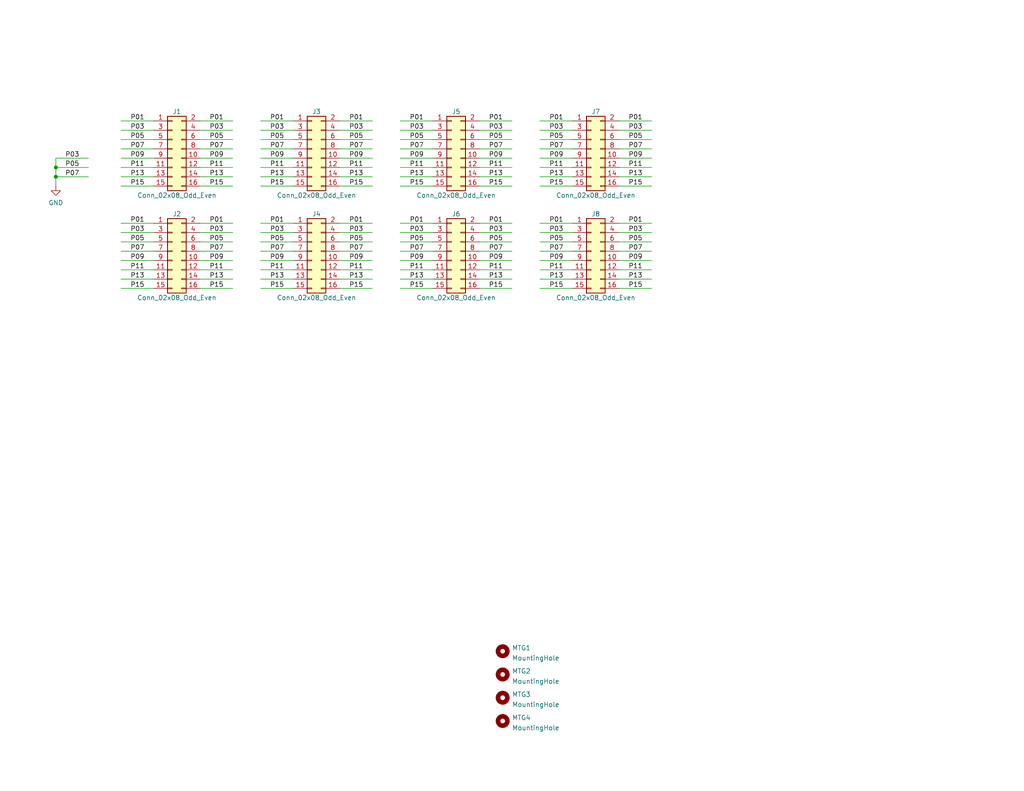
<source format=kicad_sch>
(kicad_sch (version 20211123) (generator eeschema)
  (paper "A")
  (lib_symbols
    (symbol "Connector_Generic:Conn_02x08_Odd_Even" (pin_names (offset 1.016) hide)
      (property "Reference" "J" (at 1.27 10.16 0))
      (property "Value" "Conn_02x08_Odd_Even" (at 1.27 -12.7 0))
      (symbol "Conn_02x08_Odd_Even_1_1"
        (rectangle (start -1.27 -10.033) (end 0 -10.287) (stroke (width 0.1524)))
        (rectangle (start -1.27 -7.493) (end 0 -7.747) (stroke (width 0.1524)))
        (rectangle (start -1.27 -4.953) (end 0 -5.207) (stroke (width 0.1524)))
        (rectangle (start -1.27 -2.413) (end 0 -2.667) (stroke (width 0.1524)))
        (rectangle (start -1.27 0.127) (end 0 -0.127) (stroke (width 0.1524)))
        (rectangle (start -1.27 2.667) (end 0 2.413) (stroke (width 0.1524)))
        (rectangle (start -1.27 5.207) (end 0 4.953) (stroke (width 0.1524)))
        (rectangle (start -1.27 7.747) (end 0 7.493) (stroke (width 0.1524)))
        (rectangle (start -1.27 8.89) (end 3.81 -11.43) (stroke (width 0.254)) (fill (type background)))
        (rectangle (start 3.81 -10.033) (end 2.54 -10.287) (stroke (width 0.1524)))
        (rectangle (start 3.81 -7.493) (end 2.54 -7.747) (stroke (width 0.1524)))
        (rectangle (start 3.81 -4.953) (end 2.54 -5.207) (stroke (width 0.1524)))
        (rectangle (start 3.81 -2.413) (end 2.54 -2.667) (stroke (width 0.1524)))
        (rectangle (start 3.81 0.127) (end 2.54 -0.127) (stroke (width 0.1524)))
        (rectangle (start 3.81 2.667) (end 2.54 2.413) (stroke (width 0.1524)))
        (rectangle (start 3.81 5.207) (end 2.54 4.953) (stroke (width 0.1524)))
        (rectangle (start 3.81 7.747) (end 2.54 7.493) (stroke (width 0.1524)))
        (pin passive line (at -5.08 7.62 0) (length 3.81) (name "Pin_1") (number "1"))
        (pin passive line (at 7.62 -2.54 180) (length 3.81) (name "Pin_10") (number "10"))
        (pin passive line (at -5.08 -5.08 0) (length 3.81) (name "Pin_11") (number "11"))
        (pin passive line (at 7.62 -5.08 180) (length 3.81) (name "Pin_12") (number "12"))
        (pin passive line (at -5.08 -7.62 0) (length 3.81) (name "Pin_13") (number "13"))
        (pin passive line (at 7.62 -7.62 180) (length 3.81) (name "Pin_14") (number "14"))
        (pin passive line (at -5.08 -10.16 0) (length 3.81) (name "Pin_15") (number "15"))
        (pin passive line (at 7.62 -10.16 180) (length 3.81) (name "Pin_16") (number "16"))
        (pin passive line (at 7.62 7.62 180) (length 3.81) (name "Pin_2") (number "2"))
        (pin passive line (at -5.08 5.08 0) (length 3.81) (name "Pin_3") (number "3"))
        (pin passive line (at 7.62 5.08 180) (length 3.81) (name "Pin_4") (number "4"))
        (pin passive line (at -5.08 2.54 0) (length 3.81) (name "Pin_5") (number "5"))
        (pin passive line (at 7.62 2.54 180) (length 3.81) (name "Pin_6") (number "6"))
        (pin passive line (at -5.08 0 0) (length 3.81) (name "Pin_7") (number "7"))
        (pin passive line (at 7.62 0 180) (length 3.81) (name "Pin_8") (number "8"))
        (pin passive line (at -5.08 -2.54 0) (length 3.81) (name "Pin_9") (number "9"))
      )
    )
    (symbol "Mechanical:MountingHole" (pin_names (offset 1.016))
      (property "Reference" "H" (at 0 5.08 0))
      (property "Value" "MountingHole" (at 0 3.175 0))
      (symbol "MountingHole_0_1"
        (circle (center 0 0) (radius 1.27) (stroke (width 1.27)))
      )
    )
    (symbol "power:GND" (power) (pin_names (offset 0))
      (property "Value" "GND" (at 0 -3.81 0))
      (symbol "GND_0_1"
        (polyline (pts (xy 0 0) (xy 0 -1.27) (xy 1.27 -1.27) (xy 0 -2.54) (xy -1.27 -1.27) (xy 0 -1.27)))
      )
      (symbol "GND_1_1"
        (pin power_in line (at 0 0 270) (length 0) hide (name "GND") (number "1"))
      )
    )
  )
  (junction (at 15.24 45.72))
  (junction (at 15.24 48.26))
  (wire (pts (xy 147.32 50.8) (xy 156.21 50.8)))
  (wire (pts (xy 168.91 60.96) (xy 177.8 60.96)))
  (wire (pts (xy 92.71 60.96) (xy 101.6 60.96)))
  (wire (pts (xy 54.61 63.5) (xy 63.5 63.5)))
  (wire (pts (xy 33.02 40.64) (xy 41.91 40.64)))
  (wire (pts (xy 130.81 66.04) (xy 139.7 66.04)))
  (wire (pts (xy 92.71 40.64) (xy 101.6 40.64)))
  (wire (pts (xy 109.22 38.1) (xy 118.11 38.1)))
  (wire (pts (xy 54.61 50.8) (xy 63.5 50.8)))
  (wire (pts (xy 109.22 78.74) (xy 118.11 78.74)))
  (wire (pts (xy 92.71 76.2) (xy 101.6 76.2)))
  (wire (pts (xy 130.81 38.1) (xy 139.7 38.1)))
  (wire (pts (xy 109.22 43.18) (xy 118.11 43.18)))
  (wire (pts (xy 54.61 48.26) (xy 63.5 48.26)))
  (wire (pts (xy 92.71 73.66) (xy 101.6 73.66)))
  (wire (pts (xy 92.71 43.18) (xy 101.6 43.18)))
  (wire (pts (xy 33.02 60.96) (xy 41.91 60.96)))
  (wire (pts (xy 54.61 60.96) (xy 63.5 60.96)))
  (wire (pts (xy 168.91 78.74) (xy 177.8 78.74)))
  (wire (pts (xy 71.12 78.74) (xy 80.01 78.74)))
  (wire (pts (xy 130.81 78.74) (xy 139.7 78.74)))
  (wire (pts (xy 168.91 76.2) (xy 177.8 76.2)))
  (wire (pts (xy 92.71 68.58) (xy 101.6 68.58)))
  (wire (pts (xy 92.71 78.74) (xy 101.6 78.74)))
  (wire (pts (xy 33.02 76.2) (xy 41.91 76.2)))
  (wire (pts (xy 33.02 38.1) (xy 41.91 38.1)))
  (wire (pts (xy 71.12 48.26) (xy 80.01 48.26)))
  (wire (pts (xy 33.02 78.74) (xy 41.91 78.74)))
  (wire (pts (xy 168.91 45.72) (xy 177.8 45.72)))
  (wire (pts (xy 54.61 38.1) (xy 63.5 38.1)))
  (wire (pts (xy 92.71 48.26) (xy 101.6 48.26)))
  (wire (pts (xy 71.12 43.18) (xy 80.01 43.18)))
  (wire (pts (xy 54.61 66.04) (xy 63.5 66.04)))
  (wire (pts (xy 54.61 43.18) (xy 63.5 43.18)))
  (wire (pts (xy 33.02 33.02) (xy 41.91 33.02)))
  (wire (pts (xy 130.81 76.2) (xy 139.7 76.2)))
  (wire (pts (xy 168.91 43.18) (xy 177.8 43.18)))
  (wire (pts (xy 168.91 71.12) (xy 177.8 71.12)))
  (wire (pts (xy 92.71 50.8) (xy 101.6 50.8)))
  (wire (pts (xy 15.24 48.26) (xy 15.24 45.72)))
  (wire (pts (xy 147.32 33.02) (xy 156.21 33.02)))
  (wire (pts (xy 147.32 60.96) (xy 156.21 60.96)))
  (wire (pts (xy 33.02 35.56) (xy 41.91 35.56)))
  (wire (pts (xy 130.81 48.26) (xy 139.7 48.26)))
  (wire (pts (xy 54.61 40.64) (xy 63.5 40.64)))
  (wire (pts (xy 33.02 73.66) (xy 41.91 73.66)))
  (wire (pts (xy 109.22 73.66) (xy 118.11 73.66)))
  (wire (pts (xy 71.12 50.8) (xy 80.01 50.8)))
  (wire (pts (xy 109.22 40.64) (xy 118.11 40.64)))
  (wire (pts (xy 168.91 38.1) (xy 177.8 38.1)))
  (wire (pts (xy 71.12 71.12) (xy 80.01 71.12)))
  (wire (pts (xy 92.71 63.5) (xy 101.6 63.5)))
  (wire (pts (xy 33.02 43.18) (xy 41.91 43.18)))
  (wire (pts (xy 147.32 68.58) (xy 156.21 68.58)))
  (wire (pts (xy 130.81 68.58) (xy 139.7 68.58)))
  (wire (pts (xy 147.32 35.56) (xy 156.21 35.56)))
  (wire (pts (xy 168.91 40.64) (xy 177.8 40.64)))
  (wire (pts (xy 130.81 50.8) (xy 139.7 50.8)))
  (wire (pts (xy 147.32 63.5) (xy 156.21 63.5)))
  (wire (pts (xy 147.32 78.74) (xy 156.21 78.74)))
  (wire (pts (xy 54.61 35.56) (xy 63.5 35.56)))
  (wire (pts (xy 130.81 71.12) (xy 139.7 71.12)))
  (wire (pts (xy 71.12 40.64) (xy 80.01 40.64)))
  (wire (pts (xy 109.22 63.5) (xy 118.11 63.5)))
  (wire (pts (xy 15.24 45.72) (xy 24.13 45.72)))
  (wire (pts (xy 109.22 35.56) (xy 118.11 35.56)))
  (wire (pts (xy 71.12 38.1) (xy 80.01 38.1)))
  (wire (pts (xy 92.71 66.04) (xy 101.6 66.04)))
  (wire (pts (xy 33.02 71.12) (xy 41.91 71.12)))
  (wire (pts (xy 168.91 50.8) (xy 177.8 50.8)))
  (wire (pts (xy 54.61 76.2) (xy 63.5 76.2)))
  (wire (pts (xy 168.91 63.5) (xy 177.8 63.5)))
  (wire (pts (xy 109.22 68.58) (xy 118.11 68.58)))
  (wire (pts (xy 92.71 45.72) (xy 101.6 45.72)))
  (wire (pts (xy 147.32 73.66) (xy 156.21 73.66)))
  (wire (pts (xy 109.22 33.02) (xy 118.11 33.02)))
  (wire (pts (xy 54.61 71.12) (xy 63.5 71.12)))
  (wire (pts (xy 92.71 71.12) (xy 101.6 71.12)))
  (wire (pts (xy 168.91 66.04) (xy 177.8 66.04)))
  (wire (pts (xy 168.91 35.56) (xy 177.8 35.56)))
  (wire (pts (xy 15.24 45.72) (xy 15.24 43.18)))
  (wire (pts (xy 71.12 45.72) (xy 80.01 45.72)))
  (wire (pts (xy 24.13 48.26) (xy 15.24 48.26)))
  (wire (pts (xy 109.22 76.2) (xy 118.11 76.2)))
  (wire (pts (xy 109.22 50.8) (xy 118.11 50.8)))
  (wire (pts (xy 54.61 73.66) (xy 63.5 73.66)))
  (wire (pts (xy 147.32 66.04) (xy 156.21 66.04)))
  (wire (pts (xy 147.32 40.64) (xy 156.21 40.64)))
  (wire (pts (xy 109.22 60.96) (xy 118.11 60.96)))
  (wire (pts (xy 33.02 45.72) (xy 41.91 45.72)))
  (wire (pts (xy 168.91 73.66) (xy 177.8 73.66)))
  (wire (pts (xy 147.32 43.18) (xy 156.21 43.18)))
  (wire (pts (xy 54.61 78.74) (xy 63.5 78.74)))
  (wire (pts (xy 130.81 63.5) (xy 139.7 63.5)))
  (wire (pts (xy 147.32 48.26) (xy 156.21 48.26)))
  (wire (pts (xy 71.12 60.96) (xy 80.01 60.96)))
  (wire (pts (xy 147.32 71.12) (xy 156.21 71.12)))
  (wire (pts (xy 109.22 48.26) (xy 118.11 48.26)))
  (wire (pts (xy 92.71 35.56) (xy 101.6 35.56)))
  (wire (pts (xy 33.02 63.5) (xy 41.91 63.5)))
  (wire (pts (xy 33.02 68.58) (xy 41.91 68.58)))
  (wire (pts (xy 33.02 50.8) (xy 41.91 50.8)))
  (wire (pts (xy 71.12 63.5) (xy 80.01 63.5)))
  (wire (pts (xy 33.02 66.04) (xy 41.91 66.04)))
  (wire (pts (xy 168.91 48.26) (xy 177.8 48.26)))
  (wire (pts (xy 147.32 76.2) (xy 156.21 76.2)))
  (wire (pts (xy 71.12 35.56) (xy 80.01 35.56)))
  (wire (pts (xy 130.81 60.96) (xy 139.7 60.96)))
  (wire (pts (xy 168.91 68.58) (xy 177.8 68.58)))
  (wire (pts (xy 147.32 45.72) (xy 156.21 45.72)))
  (wire (pts (xy 71.12 33.02) (xy 80.01 33.02)))
  (wire (pts (xy 109.22 66.04) (xy 118.11 66.04)))
  (wire (pts (xy 71.12 66.04) (xy 80.01 66.04)))
  (wire (pts (xy 54.61 68.58) (xy 63.5 68.58)))
  (wire (pts (xy 71.12 73.66) (xy 80.01 73.66)))
  (wire (pts (xy 92.71 33.02) (xy 101.6 33.02)))
  (wire (pts (xy 130.81 73.66) (xy 139.7 73.66)))
  (wire (pts (xy 147.32 38.1) (xy 156.21 38.1)))
  (wire (pts (xy 54.61 33.02) (xy 63.5 33.02)))
  (wire (pts (xy 130.81 43.18) (xy 139.7 43.18)))
  (wire (pts (xy 33.02 48.26) (xy 41.91 48.26)))
  (wire (pts (xy 130.81 35.56) (xy 139.7 35.56)))
  (wire (pts (xy 54.61 45.72) (xy 63.5 45.72)))
  (wire (pts (xy 168.91 33.02) (xy 177.8 33.02)))
  (wire (pts (xy 15.24 43.18) (xy 24.13 43.18)))
  (wire (pts (xy 130.81 40.64) (xy 139.7 40.64)))
  (wire (pts (xy 130.81 33.02) (xy 139.7 33.02)))
  (wire (pts (xy 15.24 48.26) (xy 15.24 50.8)))
  (wire (pts (xy 109.22 45.72) (xy 118.11 45.72)))
  (wire (pts (xy 130.81 45.72) (xy 139.7 45.72)))
  (wire (pts (xy 71.12 76.2) (xy 80.01 76.2)))
  (wire (pts (xy 71.12 68.58) (xy 80.01 68.58)))
  (wire (pts (xy 92.71 38.1) (xy 101.6 38.1)))
  (wire (pts (xy 109.22 71.12) (xy 118.11 71.12)))
  (label "P15" (at 133.35 50.8 0))
  (label "P07" (at 171.45 68.58 0))
  (label "P11" (at 95.25 45.72 0))
  (label "P03" (at 111.76 35.56 0))
  (label "P05" (at 111.76 38.1 0))
  (label "P01" (at 95.25 60.96 0))
  (label "P07" (at 149.86 40.64 0))
  (label "P07" (at 111.76 68.58 0))
  (label "P11" (at 133.35 45.72 0))
  (label "P13" (at 95.25 48.26 0))
  (label "P11" (at 171.45 45.72 0))
  (label "P13" (at 35.56 76.2 0))
  (label "P03" (at 95.25 63.5 0))
  (label "P09" (at 73.66 71.12 0))
  (label "P13" (at 149.86 48.26 0))
  (label "P09" (at 149.86 71.12 0))
  (label "P13" (at 73.66 48.26 0))
  (label "P13" (at 171.45 48.26 0))
  (label "P05" (at 111.76 66.04 0))
  (label "P05" (at 149.86 66.04 0))
  (label "P09" (at 171.45 71.12 0))
  (label "P13" (at 133.35 76.2 0))
  (label "P13" (at 95.25 76.2 0))
  (label "P13" (at 111.76 48.26 0))
  (label "P05" (at 35.56 38.1 0))
  (label "P15" (at 171.45 78.74 0))
  (label "P01" (at 171.45 60.96 0))
  (label "P11" (at 95.25 73.66 0))
  (label "P07" (at 57.15 40.64 0))
  (label "P05" (at 35.56 66.04 0))
  (label "P11" (at 73.66 73.66 0))
  (label "P01" (at 133.35 60.96 0))
  (label "P09" (at 57.15 43.18 0))
  (label "P07" (at 149.86 68.58 0))
  (label "P05" (at 133.35 38.1 0))
  (label "P07" (at 133.35 68.58 0))
  (label "P01" (at 73.66 33.02 0))
  (label "P15" (at 111.76 78.74 0))
  (label "P11" (at 133.35 73.66 0))
  (label "P09" (at 171.45 43.18 0))
  (label "P03" (at 17.78 43.18 0))
  (label "P01" (at 35.56 60.96 0))
  (label "P01" (at 95.25 33.02 0))
  (label "P09" (at 73.66 43.18 0))
  (label "P09" (at 95.25 71.12 0))
  (label "P13" (at 57.15 48.26 0))
  (label "P09" (at 133.35 71.12 0))
  (label "P03" (at 95.25 35.56 0))
  (label "P11" (at 73.66 45.72 0))
  (label "P15" (at 111.76 50.8 0))
  (label "P15" (at 171.45 50.8 0))
  (label "P03" (at 171.45 63.5 0))
  (label "P11" (at 149.86 73.66 0))
  (label "P09" (at 133.35 43.18 0))
  (label "P03" (at 149.86 63.5 0))
  (label "P01" (at 57.15 60.96 0))
  (label "P07" (at 35.56 68.58 0))
  (label "P13" (at 133.35 48.26 0))
  (label "P15" (at 149.86 78.74 0))
  (label "P07" (at 95.25 68.58 0))
  (label "P15" (at 73.66 50.8 0))
  (label "P05" (at 57.15 66.04 0))
  (label "P05" (at 95.25 38.1 0))
  (label "P03" (at 57.15 63.5 0))
  (label "P15" (at 35.56 50.8 0))
  (label "P09" (at 149.86 43.18 0))
  (label "P13" (at 73.66 76.2 0))
  (label "P13" (at 35.56 48.26 0))
  (label "P01" (at 111.76 60.96 0))
  (label "P05" (at 133.35 66.04 0))
  (label "P15" (at 95.25 50.8 0))
  (label "P05" (at 149.86 38.1 0))
  (label "P05" (at 171.45 66.04 0))
  (label "P11" (at 35.56 73.66 0))
  (label "P07" (at 57.15 68.58 0))
  (label "P11" (at 149.86 45.72 0))
  (label "P01" (at 73.66 60.96 0))
  (label "P07" (at 73.66 68.58 0))
  (label "P09" (at 95.25 43.18 0))
  (label "P09" (at 111.76 71.12 0))
  (label "P01" (at 133.35 33.02 0))
  (label "P05" (at 95.25 66.04 0))
  (label "P11" (at 57.15 45.72 0))
  (label "P11" (at 171.45 73.66 0))
  (label "P15" (at 149.86 50.8 0))
  (label "P07" (at 73.66 40.64 0))
  (label "P05" (at 17.78 45.72 0))
  (label "P01" (at 171.45 33.02 0))
  (label "P15" (at 57.15 78.74 0))
  (label "P03" (at 111.76 63.5 0))
  (label "P15" (at 35.56 78.74 0))
  (label "P13" (at 171.45 76.2 0))
  (label "P07" (at 17.78 48.26 0))
  (label "P03" (at 73.66 35.56 0))
  (label "P07" (at 95.25 40.64 0))
  (label "P03" (at 149.86 35.56 0))
  (label "P03" (at 73.66 63.5 0))
  (label "P11" (at 57.15 73.66 0))
  (label "P03" (at 133.35 63.5 0))
  (label "P05" (at 73.66 38.1 0))
  (label "P05" (at 57.15 38.1 0))
  (label "P07" (at 133.35 40.64 0))
  (label "P11" (at 111.76 73.66 0))
  (label "P09" (at 57.15 71.12 0))
  (label "P01" (at 35.56 33.02 0))
  (label "P03" (at 171.45 35.56 0))
  (label "P05" (at 73.66 66.04 0))
  (label "P03" (at 133.35 35.56 0))
  (label "P13" (at 57.15 76.2 0))
  (label "P15" (at 57.15 50.8 0))
  (label "P15" (at 95.25 78.74 0))
  (label "P01" (at 111.76 33.02 0))
  (label "P09" (at 35.56 71.12 0))
  (label "P15" (at 133.35 78.74 0))
  (label "P01" (at 57.15 33.02 0))
  (label "P03" (at 57.15 35.56 0))
  (label "P01" (at 149.86 60.96 0))
  (label "P09" (at 111.76 43.18 0))
  (label "P03" (at 35.56 35.56 0))
  (label "P07" (at 35.56 40.64 0))
  (label "P07" (at 111.76 40.64 0))
  (label "P09" (at 35.56 43.18 0))
  (label "P07" (at 171.45 40.64 0))
  (label "P11" (at 111.76 45.72 0))
  (label "P13" (at 111.76 76.2 0))
  (label "P13" (at 149.86 76.2 0))
  (label "P15" (at 73.66 78.74 0))
  (label "P05" (at 171.45 38.1 0))
  (label "P03" (at 35.56 63.5 0))
  (label "P01" (at 149.86 33.02 0))
  (label "P11" (at 35.56 45.72 0))
  (symbol (lib_id "Connector_Generic:Conn_02x08_Odd_Even") (at 161.29 40.64 0) (unit 1)
    (property "Reference" "J7" (at 162.56 30.48 0))
    (property "Value" "Conn_02x08_Odd_Even" (at 162.56 53.34 0))
    (property "Footprint" "Connector_IDC:IDC-Header_2x08_P2.54mm_Vertical" (effects hide))
  )
  (symbol (lib_id "Connector_Generic:Conn_02x08_Odd_Even") (at 123.19 68.58 0) (unit 1)
    (property "Reference" "J6" (at 124.46 58.42 0))
    (property "Value" "Conn_02x08_Odd_Even" (at 124.46 81.28 0))
    (property "Footprint" "Connector_IDC:IDC-Header_2x08_P2.54mm_Vertical" (effects hide))
  )
  (symbol (lib_id "Mechanical:MountingHole") (at 137.16 190.5 0) (unit 1)
    (property "Reference" "MTG3" (at 139.7 189.5915 0) (effects (justify left)))
    (property "Value" "MountingHole" (at 139.7 192.3666 0) (effects (justify left)))
    (property "Footprint" "LandBoards_MountHoles:MTG-4-40" (effects hide))
  )
  (symbol (lib_id "Connector_Generic:Conn_02x08_Odd_Even") (at 123.19 40.64 0) (unit 1)
    (property "Reference" "J5" (at 124.46 30.48 0))
    (property "Value" "Conn_02x08_Odd_Even" (at 124.46 53.34 0))
    (property "Footprint" "Connector_IDC:IDC-Header_2x08_P2.54mm_Vertical" (effects hide))
  )
  (symbol (lib_id "Mechanical:MountingHole") (at 137.16 184.15 0) (unit 1)
    (property "Reference" "MTG2" (at 139.7 183.2415 0) (effects (justify left)))
    (property "Value" "MountingHole" (at 139.7 186.0166 0) (effects (justify left)))
    (property "Footprint" "LandBoards_MountHoles:MTG-4-40" (effects hide))
  )
  (symbol (lib_id "power:GND") (at 15.24 50.8 0) (unit 1)
    (property "Reference" "#PWR0101" (effects hide))
    (property "Value" "GND" (at 15.24 55.3625 0))
  )
  (symbol (lib_id "Connector_Generic:Conn_02x08_Odd_Even") (at 161.29 68.58 0) (unit 1)
    (property "Reference" "J8" (at 162.56 58.42 0))
    (property "Value" "Conn_02x08_Odd_Even" (at 162.56 81.28 0))
    (property "Footprint" "Connector_IDC:IDC-Header_2x08_P2.54mm_Vertical" (effects hide))
  )
  (symbol (lib_id "Connector_Generic:Conn_02x08_Odd_Even") (at 46.99 68.58 0) (unit 1)
    (property "Reference" "J2" (at 48.26 58.42 0))
    (property "Value" "Conn_02x08_Odd_Even" (at 48.26 81.28 0))
    (property "Footprint" "Connector_IDC:IDC-Header_2x08_P2.54mm_Vertical" (effects hide))
  )
  (symbol (lib_id "Connector_Generic:Conn_02x08_Odd_Even") (at 85.09 68.58 0) (unit 1)
    (property "Reference" "J4" (at 86.36 58.42 0))
    (property "Value" "Conn_02x08_Odd_Even" (at 86.36 81.28 0))
    (property "Footprint" "Connector_IDC:IDC-Header_2x08_P2.54mm_Vertical" (effects hide))
  )
  (symbol (lib_id "Mechanical:MountingHole") (at 137.16 196.85 0) (unit 1)
    (property "Reference" "MTG4" (at 139.7 195.9415 0) (effects (justify left)))
    (property "Value" "MountingHole" (at 139.7 198.7166 0) (effects (justify left)))
    (property "Footprint" "LandBoards_MountHoles:MTG-4-40" (effects hide))
  )
  (symbol (lib_id "Connector_Generic:Conn_02x08_Odd_Even") (at 85.09 40.64 0) (unit 1)
    (property "Reference" "J3" (at 86.36 30.48 0))
    (property "Value" "Conn_02x08_Odd_Even" (at 86.36 53.34 0))
    (property "Footprint" "Connector_IDC:IDC-Header_2x08_P2.54mm_Vertical" (effects hide))
  )
  (symbol (lib_id "Connector_Generic:Conn_02x08_Odd_Even") (at 46.99 40.64 0) (unit 1)
    (property "Reference" "J1" (at 48.26 30.48 0))
    (property "Value" "Conn_02x08_Odd_Even" (at 48.26 53.34 0))
    (property "Footprint" "Connector_IDC:IDC-Header_2x08_P2.54mm_Vertical" (effects hide))
  )
  (symbol (lib_id "Mechanical:MountingHole") (at 137.16 177.8 0) (unit 1)
    (property "Reference" "MTG1" (at 139.7 176.8915 0) (effects (justify left)))
    (property "Value" "MountingHole" (at 139.7 179.6666 0) (effects (justify left)))
    (property "Footprint" "LandBoards_MountHoles:MTG-4-40" (effects hide))
  )
)
</source>
